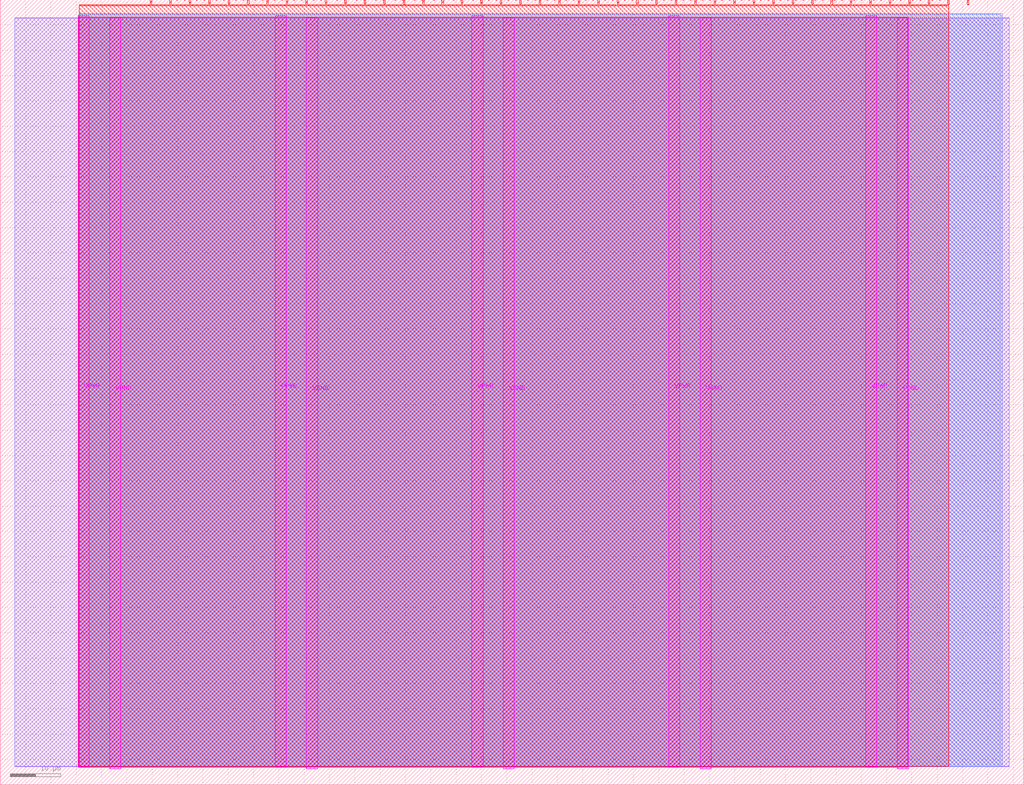
<source format=lef>
VERSION 5.7 ;
  NOWIREEXTENSIONATPIN ON ;
  DIVIDERCHAR "/" ;
  BUSBITCHARS "[]" ;
MACRO tt_um_DelosReyesJordan_SEM
  CLASS BLOCK ;
  FOREIGN tt_um_DelosReyesJordan_SEM ;
  ORIGIN 0.000 0.000 ;
  SIZE 202.080 BY 154.980 ;
  PIN VGND
    DIRECTION INOUT ;
    USE GROUND ;
    PORT
      LAYER TopMetal1 ;
        RECT 21.580 3.150 23.780 151.420 ;
    END
    PORT
      LAYER TopMetal1 ;
        RECT 60.450 3.150 62.650 151.420 ;
    END
    PORT
      LAYER TopMetal1 ;
        RECT 99.320 3.150 101.520 151.420 ;
    END
    PORT
      LAYER TopMetal1 ;
        RECT 138.190 3.150 140.390 151.420 ;
    END
    PORT
      LAYER TopMetal1 ;
        RECT 177.060 3.150 179.260 151.420 ;
    END
  END VGND
  PIN VPWR
    DIRECTION INOUT ;
    USE POWER ;
    PORT
      LAYER TopMetal1 ;
        RECT 15.380 3.560 17.580 151.830 ;
    END
    PORT
      LAYER TopMetal1 ;
        RECT 54.250 3.560 56.450 151.830 ;
    END
    PORT
      LAYER TopMetal1 ;
        RECT 93.120 3.560 95.320 151.830 ;
    END
    PORT
      LAYER TopMetal1 ;
        RECT 131.990 3.560 134.190 151.830 ;
    END
    PORT
      LAYER TopMetal1 ;
        RECT 170.860 3.560 173.060 151.830 ;
    END
  END VPWR
  PIN clk
    DIRECTION INPUT ;
    USE SIGNAL ;
    ANTENNAGATEAREA 0.725400 ;
    PORT
      LAYER Metal4 ;
        RECT 187.050 153.980 187.350 154.980 ;
    END
  END clk
  PIN ena
    DIRECTION INPUT ;
    USE SIGNAL ;
    PORT
      LAYER Metal4 ;
        RECT 190.890 153.980 191.190 154.980 ;
    END
  END ena
  PIN rst_n
    DIRECTION INPUT ;
    USE SIGNAL ;
    ANTENNAGATEAREA 0.725400 ;
    PORT
      LAYER Metal4 ;
        RECT 183.210 153.980 183.510 154.980 ;
    END
  END rst_n
  PIN ui_in[0]
    DIRECTION INPUT ;
    USE SIGNAL ;
    ANTENNAGATEAREA 0.213200 ;
    PORT
      LAYER Metal4 ;
        RECT 179.370 153.980 179.670 154.980 ;
    END
  END ui_in[0]
  PIN ui_in[1]
    DIRECTION INPUT ;
    USE SIGNAL ;
    ANTENNAGATEAREA 0.180700 ;
    PORT
      LAYER Metal4 ;
        RECT 175.530 153.980 175.830 154.980 ;
    END
  END ui_in[1]
  PIN ui_in[2]
    DIRECTION INPUT ;
    USE SIGNAL ;
    ANTENNAGATEAREA 0.180700 ;
    PORT
      LAYER Metal4 ;
        RECT 171.690 153.980 171.990 154.980 ;
    END
  END ui_in[2]
  PIN ui_in[3]
    DIRECTION INPUT ;
    USE SIGNAL ;
    ANTENNAGATEAREA 0.180700 ;
    PORT
      LAYER Metal4 ;
        RECT 167.850 153.980 168.150 154.980 ;
    END
  END ui_in[3]
  PIN ui_in[4]
    DIRECTION INPUT ;
    USE SIGNAL ;
    ANTENNAGATEAREA 0.180700 ;
    PORT
      LAYER Metal4 ;
        RECT 164.010 153.980 164.310 154.980 ;
    END
  END ui_in[4]
  PIN ui_in[5]
    DIRECTION INPUT ;
    USE SIGNAL ;
    ANTENNAGATEAREA 0.180700 ;
    PORT
      LAYER Metal4 ;
        RECT 160.170 153.980 160.470 154.980 ;
    END
  END ui_in[5]
  PIN ui_in[6]
    DIRECTION INPUT ;
    USE SIGNAL ;
    ANTENNAGATEAREA 0.180700 ;
    PORT
      LAYER Metal4 ;
        RECT 156.330 153.980 156.630 154.980 ;
    END
  END ui_in[6]
  PIN ui_in[7]
    DIRECTION INPUT ;
    USE SIGNAL ;
    ANTENNAGATEAREA 0.180700 ;
    PORT
      LAYER Metal4 ;
        RECT 152.490 153.980 152.790 154.980 ;
    END
  END ui_in[7]
  PIN uio_in[0]
    DIRECTION INPUT ;
    USE SIGNAL ;
    ANTENNAGATEAREA 0.213200 ;
    PORT
      LAYER Metal4 ;
        RECT 148.650 153.980 148.950 154.980 ;
    END
  END uio_in[0]
  PIN uio_in[1]
    DIRECTION INPUT ;
    USE SIGNAL ;
    ANTENNAGATEAREA 0.213200 ;
    PORT
      LAYER Metal4 ;
        RECT 144.810 153.980 145.110 154.980 ;
    END
  END uio_in[1]
  PIN uio_in[2]
    DIRECTION INPUT ;
    USE SIGNAL ;
    ANTENNAGATEAREA 0.180700 ;
    PORT
      LAYER Metal4 ;
        RECT 140.970 153.980 141.270 154.980 ;
    END
  END uio_in[2]
  PIN uio_in[3]
    DIRECTION INPUT ;
    USE SIGNAL ;
    ANTENNAGATEAREA 0.213200 ;
    PORT
      LAYER Metal4 ;
        RECT 137.130 153.980 137.430 154.980 ;
    END
  END uio_in[3]
  PIN uio_in[4]
    DIRECTION INPUT ;
    USE SIGNAL ;
    ANTENNAGATEAREA 0.180700 ;
    PORT
      LAYER Metal4 ;
        RECT 133.290 153.980 133.590 154.980 ;
    END
  END uio_in[4]
  PIN uio_in[5]
    DIRECTION INPUT ;
    USE SIGNAL ;
    ANTENNAGATEAREA 0.180700 ;
    PORT
      LAYER Metal4 ;
        RECT 129.450 153.980 129.750 154.980 ;
    END
  END uio_in[5]
  PIN uio_in[6]
    DIRECTION INPUT ;
    USE SIGNAL ;
    ANTENNAGATEAREA 0.213200 ;
    PORT
      LAYER Metal4 ;
        RECT 125.610 153.980 125.910 154.980 ;
    END
  END uio_in[6]
  PIN uio_in[7]
    DIRECTION INPUT ;
    USE SIGNAL ;
    ANTENNAGATEAREA 0.180700 ;
    PORT
      LAYER Metal4 ;
        RECT 121.770 153.980 122.070 154.980 ;
    END
  END uio_in[7]
  PIN uio_oe[0]
    DIRECTION OUTPUT ;
    USE SIGNAL ;
    ANTENNADIFFAREA 0.299200 ;
    PORT
      LAYER Metal4 ;
        RECT 56.490 153.980 56.790 154.980 ;
    END
  END uio_oe[0]
  PIN uio_oe[1]
    DIRECTION OUTPUT ;
    USE SIGNAL ;
    ANTENNADIFFAREA 0.299200 ;
    PORT
      LAYER Metal4 ;
        RECT 52.650 153.980 52.950 154.980 ;
    END
  END uio_oe[1]
  PIN uio_oe[2]
    DIRECTION OUTPUT ;
    USE SIGNAL ;
    ANTENNADIFFAREA 0.299200 ;
    PORT
      LAYER Metal4 ;
        RECT 48.810 153.980 49.110 154.980 ;
    END
  END uio_oe[2]
  PIN uio_oe[3]
    DIRECTION OUTPUT ;
    USE SIGNAL ;
    ANTENNADIFFAREA 0.299200 ;
    PORT
      LAYER Metal4 ;
        RECT 44.970 153.980 45.270 154.980 ;
    END
  END uio_oe[3]
  PIN uio_oe[4]
    DIRECTION OUTPUT ;
    USE SIGNAL ;
    ANTENNADIFFAREA 0.299200 ;
    PORT
      LAYER Metal4 ;
        RECT 41.130 153.980 41.430 154.980 ;
    END
  END uio_oe[4]
  PIN uio_oe[5]
    DIRECTION OUTPUT ;
    USE SIGNAL ;
    ANTENNADIFFAREA 0.299200 ;
    PORT
      LAYER Metal4 ;
        RECT 37.290 153.980 37.590 154.980 ;
    END
  END uio_oe[5]
  PIN uio_oe[6]
    DIRECTION OUTPUT ;
    USE SIGNAL ;
    ANTENNADIFFAREA 0.299200 ;
    PORT
      LAYER Metal4 ;
        RECT 33.450 153.980 33.750 154.980 ;
    END
  END uio_oe[6]
  PIN uio_oe[7]
    DIRECTION OUTPUT ;
    USE SIGNAL ;
    ANTENNADIFFAREA 0.299200 ;
    PORT
      LAYER Metal4 ;
        RECT 29.610 153.980 29.910 154.980 ;
    END
  END uio_oe[7]
  PIN uio_out[0]
    DIRECTION OUTPUT ;
    USE SIGNAL ;
    ANTENNADIFFAREA 0.299200 ;
    PORT
      LAYER Metal4 ;
        RECT 87.210 153.980 87.510 154.980 ;
    END
  END uio_out[0]
  PIN uio_out[1]
    DIRECTION OUTPUT ;
    USE SIGNAL ;
    ANTENNADIFFAREA 0.299200 ;
    PORT
      LAYER Metal4 ;
        RECT 83.370 153.980 83.670 154.980 ;
    END
  END uio_out[1]
  PIN uio_out[2]
    DIRECTION OUTPUT ;
    USE SIGNAL ;
    ANTENNADIFFAREA 0.299200 ;
    PORT
      LAYER Metal4 ;
        RECT 79.530 153.980 79.830 154.980 ;
    END
  END uio_out[2]
  PIN uio_out[3]
    DIRECTION OUTPUT ;
    USE SIGNAL ;
    ANTENNADIFFAREA 0.299200 ;
    PORT
      LAYER Metal4 ;
        RECT 75.690 153.980 75.990 154.980 ;
    END
  END uio_out[3]
  PIN uio_out[4]
    DIRECTION OUTPUT ;
    USE SIGNAL ;
    ANTENNADIFFAREA 0.299200 ;
    PORT
      LAYER Metal4 ;
        RECT 71.850 153.980 72.150 154.980 ;
    END
  END uio_out[4]
  PIN uio_out[5]
    DIRECTION OUTPUT ;
    USE SIGNAL ;
    ANTENNADIFFAREA 0.299200 ;
    PORT
      LAYER Metal4 ;
        RECT 68.010 153.980 68.310 154.980 ;
    END
  END uio_out[5]
  PIN uio_out[6]
    DIRECTION OUTPUT ;
    USE SIGNAL ;
    ANTENNADIFFAREA 0.299200 ;
    PORT
      LAYER Metal4 ;
        RECT 64.170 153.980 64.470 154.980 ;
    END
  END uio_out[6]
  PIN uio_out[7]
    DIRECTION OUTPUT ;
    USE SIGNAL ;
    ANTENNADIFFAREA 0.299200 ;
    PORT
      LAYER Metal4 ;
        RECT 60.330 153.980 60.630 154.980 ;
    END
  END uio_out[7]
  PIN uo_out[0]
    DIRECTION OUTPUT ;
    USE SIGNAL ;
    ANTENNADIFFAREA 0.716100 ;
    PORT
      LAYER Metal4 ;
        RECT 117.930 153.980 118.230 154.980 ;
    END
  END uo_out[0]
  PIN uo_out[1]
    DIRECTION OUTPUT ;
    USE SIGNAL ;
    ANTENNADIFFAREA 0.716100 ;
    PORT
      LAYER Metal4 ;
        RECT 114.090 153.980 114.390 154.980 ;
    END
  END uo_out[1]
  PIN uo_out[2]
    DIRECTION OUTPUT ;
    USE SIGNAL ;
    ANTENNADIFFAREA 0.716100 ;
    PORT
      LAYER Metal4 ;
        RECT 110.250 153.980 110.550 154.980 ;
    END
  END uo_out[2]
  PIN uo_out[3]
    DIRECTION OUTPUT ;
    USE SIGNAL ;
    ANTENNADIFFAREA 0.716100 ;
    PORT
      LAYER Metal4 ;
        RECT 106.410 153.980 106.710 154.980 ;
    END
  END uo_out[3]
  PIN uo_out[4]
    DIRECTION OUTPUT ;
    USE SIGNAL ;
    ANTENNADIFFAREA 0.632400 ;
    PORT
      LAYER Metal4 ;
        RECT 102.570 153.980 102.870 154.980 ;
    END
  END uo_out[4]
  PIN uo_out[5]
    DIRECTION OUTPUT ;
    USE SIGNAL ;
    ANTENNADIFFAREA 0.632400 ;
    PORT
      LAYER Metal4 ;
        RECT 98.730 153.980 99.030 154.980 ;
    END
  END uo_out[5]
  PIN uo_out[6]
    DIRECTION OUTPUT ;
    USE SIGNAL ;
    ANTENNADIFFAREA 0.632400 ;
    PORT
      LAYER Metal4 ;
        RECT 94.890 153.980 95.190 154.980 ;
    END
  END uo_out[6]
  PIN uo_out[7]
    DIRECTION OUTPUT ;
    USE SIGNAL ;
    ANTENNADIFFAREA 0.632400 ;
    PORT
      LAYER Metal4 ;
        RECT 91.050 153.980 91.350 154.980 ;
    END
  END uo_out[7]
  OBS
      LAYER GatPoly ;
        RECT 2.880 3.630 199.200 151.350 ;
      LAYER Metal1 ;
        RECT 2.880 3.560 199.200 151.420 ;
      LAYER Metal2 ;
        RECT 15.560 3.635 197.860 152.185 ;
      LAYER Metal3 ;
        RECT 15.515 3.680 197.425 152.145 ;
      LAYER Metal4 ;
        RECT 15.560 153.770 29.400 153.980 ;
        RECT 30.120 153.770 33.240 153.980 ;
        RECT 33.960 153.770 37.080 153.980 ;
        RECT 37.800 153.770 40.920 153.980 ;
        RECT 41.640 153.770 44.760 153.980 ;
        RECT 45.480 153.770 48.600 153.980 ;
        RECT 49.320 153.770 52.440 153.980 ;
        RECT 53.160 153.770 56.280 153.980 ;
        RECT 57.000 153.770 60.120 153.980 ;
        RECT 60.840 153.770 63.960 153.980 ;
        RECT 64.680 153.770 67.800 153.980 ;
        RECT 68.520 153.770 71.640 153.980 ;
        RECT 72.360 153.770 75.480 153.980 ;
        RECT 76.200 153.770 79.320 153.980 ;
        RECT 80.040 153.770 83.160 153.980 ;
        RECT 83.880 153.770 87.000 153.980 ;
        RECT 87.720 153.770 90.840 153.980 ;
        RECT 91.560 153.770 94.680 153.980 ;
        RECT 95.400 153.770 98.520 153.980 ;
        RECT 99.240 153.770 102.360 153.980 ;
        RECT 103.080 153.770 106.200 153.980 ;
        RECT 106.920 153.770 110.040 153.980 ;
        RECT 110.760 153.770 113.880 153.980 ;
        RECT 114.600 153.770 117.720 153.980 ;
        RECT 118.440 153.770 121.560 153.980 ;
        RECT 122.280 153.770 125.400 153.980 ;
        RECT 126.120 153.770 129.240 153.980 ;
        RECT 129.960 153.770 133.080 153.980 ;
        RECT 133.800 153.770 136.920 153.980 ;
        RECT 137.640 153.770 140.760 153.980 ;
        RECT 141.480 153.770 144.600 153.980 ;
        RECT 145.320 153.770 148.440 153.980 ;
        RECT 149.160 153.770 152.280 153.980 ;
        RECT 153.000 153.770 156.120 153.980 ;
        RECT 156.840 153.770 159.960 153.980 ;
        RECT 160.680 153.770 163.800 153.980 ;
        RECT 164.520 153.770 167.640 153.980 ;
        RECT 168.360 153.770 171.480 153.980 ;
        RECT 172.200 153.770 175.320 153.980 ;
        RECT 176.040 153.770 179.160 153.980 ;
        RECT 179.880 153.770 183.000 153.980 ;
        RECT 183.720 153.770 186.840 153.980 ;
        RECT 15.560 3.635 187.300 153.770 ;
      LAYER Metal5 ;
        RECT 15.515 3.470 179.125 151.510 ;
  END
END tt_um_DelosReyesJordan_SEM
END LIBRARY


</source>
